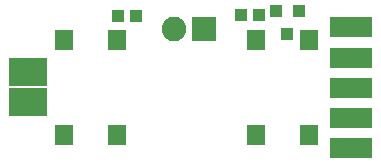
<source format=gbr>
G04 #@! TF.GenerationSoftware,KiCad,Pcbnew,(5.0.0)*
G04 #@! TF.CreationDate,2019-03-13T18:14:50+01:00*
G04 #@! TF.ProjectId,3d_extension,33645F657874656E73696F6E2E6B6963,100A*
G04 #@! TF.SameCoordinates,Original*
G04 #@! TF.FileFunction,Soldermask,Top*
G04 #@! TF.FilePolarity,Negative*
%FSLAX46Y46*%
G04 Gerber Fmt 4.6, Leading zero omitted, Abs format (unit mm)*
G04 Created by KiCad (PCBNEW (5.0.0)) date 03/13/19 18:14:50*
%MOMM*%
%LPD*%
G01*
G04 APERTURE LIST*
%ADD10R,2.090000X2.090000*%
%ADD11C,2.090000*%
%ADD12R,1.540000X1.790000*%
%ADD13R,3.240000X2.340000*%
%ADD14R,1.040000X0.990000*%
%ADD15R,3.540000X1.740000*%
%ADD16R,1.040000X1.140000*%
G04 APERTURE END LIST*
D10*
G04 #@! TO.C,P1*
X147850000Y-84050000D03*
D11*
X145350000Y-84050000D03*
G04 #@! TD*
D12*
G04 #@! TO.C,SW2*
X156750000Y-93050000D03*
X152250000Y-93050000D03*
X156750000Y-85050000D03*
X152250000Y-85050000D03*
G04 #@! TD*
D13*
G04 #@! TO.C,U2*
X133000000Y-87750000D03*
X133000000Y-90250000D03*
G04 #@! TD*
D14*
G04 #@! TO.C,C2*
X140600000Y-83000000D03*
X142100000Y-83000000D03*
G04 #@! TD*
D12*
G04 #@! TO.C,SW1*
X136000000Y-85050000D03*
X140500000Y-85050000D03*
X136000000Y-93050000D03*
X140500000Y-93050000D03*
G04 #@! TD*
D15*
G04 #@! TO.C,J2*
X160350000Y-94150000D03*
X160350000Y-91600000D03*
X160350000Y-89050000D03*
X160350000Y-86500000D03*
X160350000Y-83950000D03*
G04 #@! TD*
D16*
G04 #@! TO.C,U1*
X155900000Y-82550000D03*
X154000000Y-82550000D03*
X154950000Y-84550000D03*
G04 #@! TD*
D14*
G04 #@! TO.C,C1*
X151050000Y-82900000D03*
X152550000Y-82900000D03*
G04 #@! TD*
M02*

</source>
